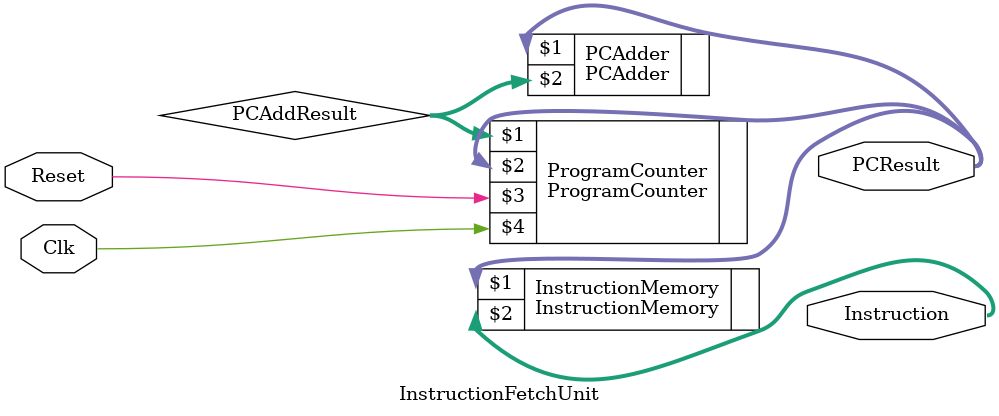
<source format=v>
`timescale 1ns / 1ps


module InstructionFetchUnit(Instruction,PCResult, Reset, Clk);

    input Reset, Clk;
    output [31:0] Instruction;
    
    output [31:0] PCResult;
    wire [31:0] PCAddResult;
    
    
    ProgramCounter ProgramCounter(PCAddResult, PCResult, Reset, Clk);
    InstructionMemory InstructionMemory(PCResult, Instruction); 
    PCAdder PCAdder(PCResult, PCAddResult);

    /* Please fill in the implementation here... */
endmodule


</source>
